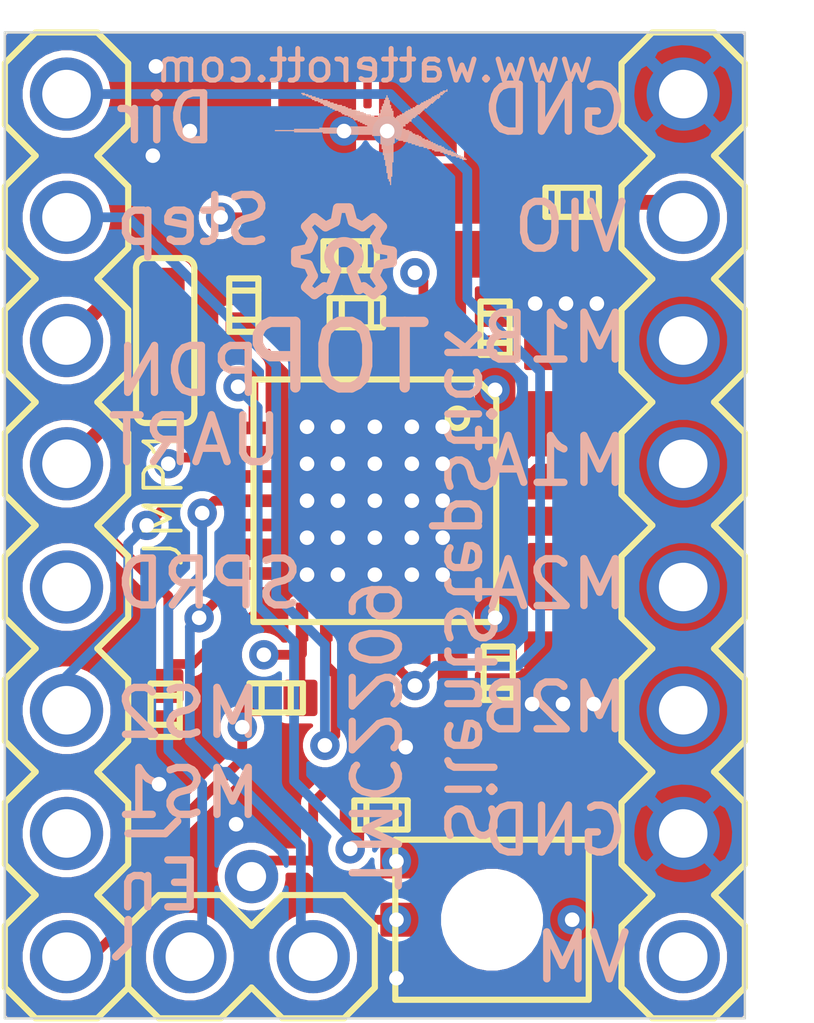
<source format=kicad_pcb>
(kicad_pcb (version 20171130) (host pcbnew "(5.1.6)-1")
  (layers (0 Top signal) (1 Ground signal) (2 Supply signal) (31 Bottom signal) (34 B.Paste user) (35 F.Paste user) (36 B.SilkS user) (37 F.SilkS user) (38 B.Mask user) (39 F.Mask user) (44 Edge.Cuts user))
  (net 0 "")
  (net 1 GND)
  (net 2 +5V)
  (net 3 "Net-(IC1-Pad27)")
  (net 4 "Net-(IC1-Pad23)")
  (net 5 /VM)
  (net 6 /VREF)
  (net 7 "Net-(R4-Pad1)")
  (net 8 /VIO)
  (net 9 "Net-(C6-Pad2)")
  (net 10 "Net-(C4-Pad2)")
  (net 11 "Net-(C4-Pad1)")
  (net 12 /PDN_UART)
  (net 13 /EN)
  (net 14 "Net-(J1-Pad4)")
  (net 15 "Net-(J1-Pad3)")
  (net 16 /OB2)
  (net 17 /OB1)
  (net 18 /OA1)
  (net 19 /OA2)
  (net 20 /DIAG)
  (net 21 /INDEX)
  (net 22 /DIR)
  (net 23 /STEP)
  (net 24 /MS2)
  (net 25 /MS1)
  (net 26 /SPREAD)
  (module SilentStepStick-TMC2209_v20:M0805 (layer Top) (at 152.5361 101.9826 270)
    (fp_text reference R6 hide)
    (fp_text value R0805/0R11 hide)
    (pad 2 smd rect (at 0.95 0 270) (size 1.3 1.6) (layers Top F.Paste F.Mask) (net 3 "Net-(IC1-Pad27)"))
    (pad 1 smd rect (at -0.95 0 270) (size 1.3 1.6) (layers Top F.Paste F.Mask) (net 1 GND))
  )
  (module SilentStepStick-TMC2209_v20:M0805 (layer Top) (at 152.4746 106.9665 90)
    (fp_text reference R7 hide)
    (fp_text value R0805/0R11 hide)
    (pad 2 smd rect (at 0.95 0 90) (size 1.3 1.6) (layers Top F.Paste F.Mask) (net 4 "Net-(IC1-Pad23)"))
    (pad 1 smd rect (at -0.95 0 90) (size 1.3 1.6) (layers Top F.Paste F.Mask) (net 1 GND))
  )
  (module SilentStepStick-TMC2209_v20:POT_EVM3R (layer Top) (at 150.9141 113.1316 270)
    (fp_text reference R4 hide)
    (fp_text value 20k)
    (pad "" np_thru_hole circle (at 0 0 270) (size 1.8 1.8) (drill 1.8) (layers *.Cu *.Mask))
    (pad MOUNT smd roundrect (at 0 -1.7 270) (size 1.4 1.2) (layers Top F.Paste F.Mask) (roundrect_rratio 0.1))
    (pad 3 smd roundrect (at 1.2 1.7 270) (size 0.7 1.2) (layers Top F.Paste F.Mask) (roundrect_rratio 0.1) (net 1 GND))
    (pad 2 smd roundrect (at 0 1.7 270) (size 0.7 1.2) (layers Top F.Paste F.Mask) (roundrect_rratio 0.1) (net 6 /VREF))
    (pad 1 smd roundrect (at -1.2 1.7 270) (size 0.7 1.2) (layers Top F.Paste F.Mask) (roundrect_rratio 0.1) (net 7 "Net-(R4-Pad1)"))
  )
  (module SilentStepStick-TMC2209_v20:PASSER_04MM (layer Top) (at 141.5161 112.6236)
    (fp_text reference X1 hide)
    (fp_text value PASSER-04 hide)
    (pad X smd roundrect (at 0 0) (size 0.4 0.4) (layers Top F.Mask) (roundrect_rratio 0.5))
  )
  (module SilentStepStick-TMC2209_v20:PASSER_04MM (layer Top) (at 155.4861 97.3836)
    (fp_text reference X2 hide)
    (fp_text value PASSER-04 hide)
    (pad X smd roundrect (at 0 0) (size 0.4 0.4) (layers Top F.Mask) (roundrect_rratio 0.5))
  )
  (module SilentStepStick-TMC2209_v20:C0402 (layer Top) (at 152.5651 98.3446 90)
    (fp_text reference C1 hide)
    (fp_text value 100n/50V)
    (pad 2 smd roundrect (at 0 0.5 90) (size 0.75 0.7) (layers Top F.Paste F.Mask) (roundrect_rratio 0.1) (net 8 /VIO))
    (pad 1 smd roundrect (at 0 -0.5 90) (size 0.75 0.7) (layers Top F.Paste F.Mask) (roundrect_rratio 0.1) (net 1 GND))
  )
  (module SilentStepStick-TMC2209_v20:C0402 (layer Top) (at 145.80235 100.46335)
    (fp_text reference C2 hide)
    (fp_text value 4u7/6V3)
    (pad 2 smd roundrect (at 0 0.5) (size 0.75 0.7) (layers Top F.Paste F.Mask) (roundrect_rratio 0.1) (net 2 +5V))
    (pad 1 smd roundrect (at 0 -0.5) (size 0.75 0.7) (layers Top F.Paste F.Mask) (roundrect_rratio 0.1) (net 1 GND))
  )
  (module SilentStepStick-TMC2209_v20:C0402 (layer Top) (at 150.9776 100.9396 180)
    (fp_text reference C3 hide)
    (fp_text value 100n/50V)
    (pad 2 smd roundrect (at 0 0.5 180) (size 0.75 0.7) (layers Top F.Paste F.Mask) (roundrect_rratio 0.1) (net 1 GND))
    (pad 1 smd roundrect (at 0 -0.5 180) (size 0.75 0.7) (layers Top F.Paste F.Mask) (roundrect_rratio 0.1) (net 5 /VM))
  )
  (module SilentStepStick-TMC2209_v20:C0402 (layer Top) (at 147.9931 99.44735 270)
    (fp_text reference C6 hide)
    (fp_text value 100n/50V)
    (pad 2 smd roundrect (at 0 0.5 270) (size 0.75 0.7) (layers Top F.Paste F.Mask) (roundrect_rratio 0.1) (net 9 "Net-(C6-Pad2)"))
    (pad 1 smd roundrect (at 0 -0.5 270) (size 0.75 0.7) (layers Top F.Paste F.Mask) (roundrect_rratio 0.1) (net 5 /VM))
  )
  (module SilentStepStick-TMC2209_v20:C0402 (layer Top) (at 148.1201 100.6221 270)
    (fp_text reference C4 hide)
    (fp_text value 22n/50V)
    (pad 2 smd roundrect (at 0 0.5 270) (size 0.75 0.7) (layers Top F.Paste F.Mask) (roundrect_rratio 0.1) (net 10 "Net-(C4-Pad2)"))
    (pad 1 smd roundrect (at 0 -0.5 270) (size 0.75 0.7) (layers Top F.Paste F.Mask) (roundrect_rratio 0.1) (net 11 "Net-(C4-Pad1)"))
  )
  (module SilentStepStick-TMC2209_v20:C0402 (layer Top) (at 148.6281 110.9726 270)
    (fp_text reference R5 hide)
    (fp_text value 20k)
    (pad 2 smd roundrect (at 0 0.5 270) (size 0.75 0.7) (layers Top F.Paste F.Mask) (roundrect_rratio 0.1) (net 2 +5V))
    (pad 1 smd roundrect (at 0 -0.5 270) (size 0.75 0.7) (layers Top F.Paste F.Mask) (roundrect_rratio 0.1) (net 7 "Net-(R4-Pad1)"))
  )
  (module SilentStepStick-TMC2209_v20:C0402 (layer Top) (at 144.1831 108.8136 180)
    (fp_text reference R1 hide)
    (fp_text value 20k)
    (pad 2 smd roundrect (at 0 0.5 180) (size 0.75 0.7) (layers Top F.Paste F.Mask) (roundrect_rratio 0.1) (net 12 /PDN_UART))
    (pad 1 smd roundrect (at 0 -0.5 180) (size 0.75 0.7) (layers Top F.Paste F.Mask) (roundrect_rratio 0.1) (net 1 GND))
  )
  (module SilentStepStick-TMC2209_v20:C0402 (layer Top) (at 146.4691 108.5596 270)
    (fp_text reference R2 hide)
    (fp_text value 20k)
    (pad 2 smd roundrect (at 0 0.5 270) (size 0.75 0.7) (layers Top F.Paste F.Mask) (roundrect_rratio 0.1) (net 13 /EN))
    (pad 1 smd roundrect (at 0 -0.5 270) (size 0.75 0.7) (layers Top F.Paste F.Mask) (roundrect_rratio 0.1) (net 8 /VIO))
  )
  (module SilentStepStick-TMC2209_v20:C0402 (layer Top) (at 151.0411 108.0516)
    (fp_text reference C5 hide)
    (fp_text value 100n/50V)
    (pad 2 smd roundrect (at 0 0.5) (size 0.75 0.7) (layers Top F.Paste F.Mask) (roundrect_rratio 0.1) (net 1 GND))
    (pad 1 smd roundrect (at 0 -0.5) (size 0.75 0.7) (layers Top F.Paste F.Mask) (roundrect_rratio 0.1) (net 5 /VM))
  )
  (module SilentStepStick-TMC2209_v20:JUMPER3-0402_NC (layer Top) (at 144.1831 101.1936)
    (fp_text reference JMP1 (at -0.03175 3.2004 90) (layer F.SilkS) (effects (font (size 0.77216 0.77216) (thickness 0.077216))))
    (fp_text value JUMPER3-0402-NC hide)
    (pad 3 smd roundrect (at 0 1.1) (size 0.8 0.8) (layers Top F.Mask) (roundrect_rratio 0.1) (net 14 "Net-(J1-Pad4)"))
    (pad 2 smd roundrect (at 0 0) (size 0.8 0.8) (layers Top F.Mask) (roundrect_rratio 0.1) (net 12 /PDN_UART))
    (pad 1 smd roundrect (at 0 -1.1) (size 0.8 0.8) (layers Top F.Mask) (roundrect_rratio 0.1) (net 15 "Net-(J1-Pad3)"))
  )
  (module SilentStepStick-TMC2209_v20:SPARK_2MM (layer Bottom) (at 148.7551 96.8121 180)
    (fp_text reference LOGO3 hide)
    (fp_text value LOGO_SPARK-2 hide)
  )
  (module SilentStepStick-TMC2209_v20:OSHW_2MM (layer Bottom) (at 147.8661 99.3521 180)
    (fp_text reference LOGO4 hide)
    (fp_text value LOGO_OSHW-2 hide)
  )
  (module SilentStepStick-TMC2209_v20:MA08-1 (layer Top) (at 154.8511 105.0036 180)
    (fp_text reference J2 hide)
    (fp_text value MA08-1 hide)
    (pad 8 thru_hole circle (at 0 8.89 180) (size 1.508 1.508) (drill 1) (layers *.Cu *.Mask) (net 1 GND))
    (pad 7 thru_hole circle (at 0 6.35 180) (size 1.508 1.508) (drill 1) (layers *.Cu *.Mask) (net 8 /VIO))
    (pad 6 thru_hole circle (at 0 3.81 180) (size 1.508 1.508) (drill 1) (layers *.Cu *.Mask) (net 16 /OB2))
    (pad 5 thru_hole circle (at 0 1.27 180) (size 1.508 1.508) (drill 1) (layers *.Cu *.Mask) (net 17 /OB1))
    (pad 4 thru_hole circle (at 0 -1.27 180) (size 1.508 1.508) (drill 1) (layers *.Cu *.Mask) (net 18 /OA1))
    (pad 3 thru_hole circle (at 0 -3.81 180) (size 1.508 1.508) (drill 1) (layers *.Cu *.Mask) (net 19 /OA2))
    (pad 2 thru_hole circle (at 0 -6.35 180) (size 1.508 1.508) (drill 1) (layers *.Cu *.Mask) (net 1 GND))
    (pad 1 thru_hole circle (at 0 -8.89 180) (size 1.508 1.508) (drill 1) (layers *.Cu *.Mask) (net 5 /VM))
  )
  (module SilentStepStick-TMC2209_v20:MA02-1 (layer Top) (at 145.9611 113.8936 270)
    (fp_text reference J3 hide)
    (fp_text value MA02-1 hide)
    (pad 2 thru_hole circle (at 0 1.27 270) (size 1.508 1.508) (drill 1) (layers *.Cu *.Mask) (net 20 /DIAG))
    (pad 1 thru_hole circle (at 0 -1.27 270) (size 1.508 1.508) (drill 1) (layers *.Cu *.Mask) (net 21 /INDEX))
  )
  (module SilentStepStick-TMC2209_v20:PAD-0.6-1.1 (layer Top) (at 145.9611 112.2426)
    (fp_text reference REF1 hide)
    (fp_text value PAD-0.6-1.1 hide)
    (pad 1 thru_hole circle (at 0 0) (size 1.1 1.1) (drill 0.6) (layers *.Cu *.Mask) (net 6 /VREF))
  )
  (module SilentStepStick-TMC2209_v20:C1206 (layer Top) (at 145.9141 96.4801 180)
    (fp_text reference C7B1 hide)
    (fp_text value 10u/35V)
    (pad 2 smd rect (at 1.4 0 180) (size 1.6 1.8) (layers Top F.Paste F.Mask) (net 1 GND))
    (pad 1 smd rect (at -1.4 0 180) (size 1.6 1.8) (layers Top F.Paste F.Mask) (net 5 /VM))
  )
  (module SilentStepStick-TMC2209_v20:QFN28-PAD3.7 (layer Top) (at 148.5011 104.4956 270)
    (fp_text reference IC1 hide)
    (fp_text value TMC2209-LA)
    (pad TP smd roundrect (at 0 0 270) (size 3.7 3.7) (layers Top F.Mask) (roundrect_rratio 0.05) (net 1 GND))
    (pad 28 smd roundrect (at -1.5 -2.5 180) (size 0.8 0.26) (layers Top F.Paste F.Mask) (roundrect_rratio 0.1) (net 5 /VM))
    (pad 27 smd roundrect (at -1 -2.5 180) (size 0.8 0.26) (layers Top F.Paste F.Mask) (roundrect_rratio 0.1) (net 3 "Net-(IC1-Pad27)"))
    (pad 26 smd roundrect (at -0.5 -2.5 180) (size 0.8 0.26) (layers Top F.Paste F.Mask) (roundrect_rratio 0.1) (net 17 /OB1))
    (pad 25 smd roundrect (at 0 -2.5 180) (size 0.8 0.26) (layers Top F.Paste F.Mask) (roundrect_rratio 0.1))
    (pad 24 smd roundrect (at 0.5 -2.5 180) (size 0.8 0.26) (layers Top F.Paste F.Mask) (roundrect_rratio 0.1) (net 18 /OA1))
    (pad 23 smd roundrect (at 1 -2.5 180) (size 0.8 0.26) (layers Top F.Paste F.Mask) (roundrect_rratio 0.1) (net 4 "Net-(IC1-Pad23)"))
    (pad 22 smd roundrect (at 1.5 -2.5 180) (size 0.8 0.26) (layers Top F.Paste F.Mask) (roundrect_rratio 0.1) (net 5 /VM))
    (pad 21 smd roundrect (at 2.5 -1.5 90) (size 0.8 0.26) (layers Top F.Paste F.Mask) (roundrect_rratio 0.1) (net 19 /OA2))
    (pad 20 smd roundrect (at 2.5 -1 90) (size 0.8 0.26) (layers Top F.Paste F.Mask) (roundrect_rratio 0.1) (net 1 GND))
    (pad 19 smd roundrect (at 2.5 -0.5 90) (size 0.8 0.26) (layers Top F.Paste F.Mask) (roundrect_rratio 0.1) (net 22 /DIR))
    (pad 18 smd roundrect (at 2.5 0 90) (size 0.8 0.26) (layers Top F.Paste F.Mask) (roundrect_rratio 0.1) (net 1 GND))
    (pad 17 smd roundrect (at 2.5 0.5 90) (size 0.8 0.26) (layers Top F.Paste F.Mask) (roundrect_rratio 0.1) (net 6 /VREF))
    (pad 16 smd roundrect (at 2.5 1 90) (size 0.8 0.26) (layers Top F.Paste F.Mask) (roundrect_rratio 0.1) (net 23 /STEP))
    (pad 15 smd roundrect (at 2.5 1.5 90) (size 0.8 0.26) (layers Top F.Paste F.Mask) (roundrect_rratio 0.1) (net 8 /VIO))
    (pad 14 smd roundrect (at 1.5 2.5) (size 0.8 0.26) (layers Top F.Paste F.Mask) (roundrect_rratio 0.1) (net 12 /PDN_UART))
    (pad 13 smd roundrect (at 1 2.5) (size 0.8 0.26) (layers Top F.Paste F.Mask) (roundrect_rratio 0.1) (net 1 GND))
    (pad 12 smd roundrect (at 0.5 2.5) (size 0.8 0.26) (layers Top F.Paste F.Mask) (roundrect_rratio 0.1) (net 21 /INDEX))
    (pad 11 smd roundrect (at 0 2.5) (size 0.8 0.26) (layers Top F.Paste F.Mask) (roundrect_rratio 0.1) (net 20 /DIAG))
    (pad 10 smd roundrect (at -0.5 2.5) (size 0.8 0.26) (layers Top F.Paste F.Mask) (roundrect_rratio 0.1) (net 24 /MS2))
    (pad 9 smd roundrect (at -1 2.5) (size 0.8 0.26) (layers Top F.Paste F.Mask) (roundrect_rratio 0.1) (net 25 /MS1))
    (pad 8 smd roundrect (at -1.5 2.5) (size 0.8 0.26) (layers Top F.Paste F.Mask) (roundrect_rratio 0.1) (net 2 +5V))
    (pad 7 smd roundrect (at -2.5 1.5 270) (size 0.8 0.26) (layers Top F.Paste F.Mask) (roundrect_rratio 0.1) (net 26 /SPREAD))
    (pad 6 smd roundrect (at -2.5 1 270) (size 0.8 0.26) (layers Top F.Paste F.Mask) (roundrect_rratio 0.1) (net 9 "Net-(C6-Pad2)"))
    (pad 5 smd roundrect (at -2.5 0.5 270) (size 0.8 0.26) (layers Top F.Paste F.Mask) (roundrect_rratio 0.1) (net 10 "Net-(C4-Pad2)"))
    (pad 4 smd roundrect (at -2.5 0 270) (size 0.8 0.26) (layers Top F.Paste F.Mask) (roundrect_rratio 0.1) (net 11 "Net-(C4-Pad1)"))
    (pad 3 smd roundrect (at -2.5 -0.5 270) (size 0.8 0.26) (layers Top F.Paste F.Mask) (roundrect_rratio 0.1) (net 1 GND))
    (pad 2 smd roundrect (at -2.5 -1 270) (size 0.8 0.26) (layers Top F.Paste F.Mask) (roundrect_rratio 0.1) (net 13 /EN))
    (pad 1 smd roundrect (at -2.5 -1.5 270) (size 0.8 0.26) (layers Top F.Paste F.Mask) (roundrect_rratio 0.1) (net 16 /OB2))
  )
  (module SilentStepStick-TMC2209_v20:MA08-1 (layer Top) (at 142.1511 105.0036)
    (fp_text reference J1 hide)
    (fp_text value MA08-1 hide)
    (pad 8 thru_hole circle (at 0 8.89) (size 1.508 1.508) (drill 1) (layers *.Cu *.Mask) (net 13 /EN))
    (pad 7 thru_hole circle (at 0 6.35) (size 1.508 1.508) (drill 1) (layers *.Cu *.Mask) (net 25 /MS1))
    (pad 6 thru_hole circle (at 0 3.81) (size 1.508 1.508) (drill 1) (layers *.Cu *.Mask) (net 24 /MS2))
    (pad 5 thru_hole circle (at 0 1.27) (size 1.508 1.508) (drill 1) (layers *.Cu *.Mask) (net 26 /SPREAD))
    (pad 4 thru_hole circle (at 0 -1.27) (size 1.508 1.508) (drill 1) (layers *.Cu *.Mask) (net 14 "Net-(J1-Pad4)"))
    (pad 3 thru_hole circle (at 0 -3.81) (size 1.508 1.508) (drill 1) (layers *.Cu *.Mask) (net 15 "Net-(J1-Pad3)"))
    (pad 2 thru_hole circle (at 0 -6.35) (size 1.508 1.508) (drill 1) (layers *.Cu *.Mask) (net 23 /STEP))
    (pad 1 thru_hole circle (at 0 -8.89) (size 1.508 1.508) (drill 1) (layers *.Cu *.Mask) (net 22 /DIR))
  )
  (module SilentStepStick-TMC2209_v20:C1206 (layer Top) (at 150.7871 96.4946)
    (fp_text reference C8 hide)
    (fp_text value 10u/35V)
    (pad 2 smd rect (at 1.4 0) (size 1.6 1.8) (layers Top F.Paste F.Mask) (net 1 GND))
    (pad 1 smd rect (at -1.4 0) (size 1.6 1.8) (layers Top F.Paste F.Mask) (net 5 /VM))
  )
  (gr_line (start 140.8811 115.1636) (end 156.1211 115.1636) (layer Edge.Cuts) (width 0.05))
  (gr_line (start 156.1211 115.1636) (end 156.1211 94.8436) (layer Edge.Cuts) (width 0.05))
  (gr_line (start 156.1211 94.8436) (end 140.8811 94.8436) (layer Edge.Cuts) (width 0.05))
  (gr_line (start 140.8811 94.8436) (end 140.8811 115.1636) (layer Edge.Cuts) (width 0.05))
  (gr_text Dir (at 143.0811 96.0501) (layer B.SilkS) (effects (font (size 0.9652 0.9652) (thickness 0.1524)) (justify right top mirror)))
  (gr_text Step (at 143.0811 98.1456) (layer B.SilkS) (effects (font (size 0.9652 0.9652) (thickness 0.1524)) (justify right top mirror)))
  (gr_text PDN (at 143.0811 101.2571) (layer B.SilkS) (effects (font (size 0.9652 0.9652) (thickness 0.1524)) (justify right top mirror)))
  (gr_text MS2 (at 143.0811 108.3056) (layer B.SilkS) (effects (font (size 0.9652 0.9652) (thickness 0.1524)) (justify right top mirror)))
  (gr_text MS1 (at 143.0811 109.9566) (layer B.SilkS) (effects (font (size 0.9652 0.9652) (thickness 0.1524)) (justify right top mirror)))
  (gr_text En (at 143.0811 111.8616) (layer B.SilkS) (effects (font (size 0.9652 0.9652) (thickness 0.1524)) (justify right top mirror)))
  (gr_text GND (at 153.7811 97.0026) (layer B.SilkS) (effects (font (size 0.9652 0.9652) (thickness 0.1524)) (justify left bottom mirror)))
  (gr_text VIO (at 153.7811 99.4156) (layer B.SilkS) (effects (font (size 0.9652 0.9652) (thickness 0.1524)) (justify left bottom mirror)))
  (gr_text M1B (at 153.7811 101.7016) (layer B.SilkS) (effects (font (size 0.9652 0.9652) (thickness 0.1524)) (justify left bottom mirror)))
  (gr_text M1A (at 153.7811 104.2416) (layer B.SilkS) (effects (font (size 0.9652 0.9652) (thickness 0.1524)) (justify left bottom mirror)))
  (gr_text M2A (at 153.7811 106.7816) (layer B.SilkS) (effects (font (size 0.9652 0.9652) (thickness 0.1524)) (justify left bottom mirror)))
  (gr_text M2B (at 153.7811 109.3216) (layer B.SilkS) (effects (font (size 0.9652 0.9652) (thickness 0.1524)) (justify left bottom mirror)))
  (gr_text GND (at 153.7811 111.8616) (layer B.SilkS) (effects (font (size 0.9652 0.9652) (thickness 0.1524)) (justify left bottom mirror)))
  (gr_text VM (at 153.8431 114.4746) (layer B.SilkS) (effects (font (size 0.9652 0.9652) (thickness 0.1524)) (justify left bottom mirror)))
  (gr_line (start 143.4211 111.3536) (end 144.1831 111.3536) (layer B.SilkS) (width 0.16))
  (gr_line (start 144.1831 111.3536) (end 144.4371 111.0996) (layer B.SilkS) (width 0.16))
  (gr_line (start 143.1671 113.8936) (end 143.4211 113.6396) (layer B.SilkS) (width 0.16))
  (gr_line (start 143.4211 113.6396) (end 143.4211 113.1316) (layer B.SilkS) (width 0.16))
  (gr_text SilentStepStick (at 149.8796 111.6711 -90) (layer B.SilkS) (effects (font (size 0.95 0.95)) (justify left bottom mirror)))
  (gr_text www.watterott.com (at 143.9291 95.1484) (layer B.SilkS) (effects (font (size 0.65151 0.65151) (thickness 0.10287)) (justify right top mirror)))
  (gr_text TOP (at 149.7711 102.3366) (layer B.SilkS) (effects (font (size 1.35128 1.35128) (thickness 0.21336)) (justify left bottom mirror)))
  (gr_text SPRD (at 143.0811 105.6386) (layer B.SilkS) (effects (font (size 0.9652 0.9652) (thickness 0.1524)) (justify right top mirror)))
  (gr_text UART (at 142.92235 102.68585) (layer B.SilkS) (effects (font (size 0.9652 0.9652) (thickness 0.1524)) (justify right top mirror)))
  (gr_text TMC2209 (at 147.9111 112.6236 -90) (layer B.SilkS) (effects (font (size 0.95 0.95)) (justify left bottom mirror)))
  (via (at 144.9451 104.7496) (size 0.6048) (drill 0.3) (layers Top Bottom) (net 20))
  (segment (start 144.2466 106.7054) (end 144.2466 109.6391) (width 0.2) (layer Bottom) (net 20))
  (segment (start 144.9451 113.6396) (end 144.6911 113.8936) (width 0.2) (layer Bottom) (net 20))
  (segment (start 144.9451 104.7496) (end 144.9451 106.0069) (width 0.2) (layer Bottom) (net 20))
  (segment (start 144.9451 106.0069) (end 144.2466 106.7054) (width 0.2) (layer Bottom) (net 20))
  (segment (start 144.9451 113.6396) (end 144.9451 110.3376) (width 0.2) (layer Bottom) (net 20))
  (segment (start 144.9451 110.3376) (end 144.2466 109.6391) (width 0.2) (layer Bottom) (net 20))
  (segment (start 146.0011 104.4956) (end 145.1991 104.4956) (width 0.2) (layer Top) (net 20))
  (segment (start 145.1991 104.4956) (end 144.9451 104.7496) (width 0.2) (layer Top) (net 20))
  (via (at 144.8816 106.9086) (size 0.6048) (drill 0.3) (layers Top Bottom) (net 21))
  (segment (start 145.9931 105.0036) (end 146.0011 104.9956) (width 0.2) (layer Top) (net 21))
  (segment (start 145.9931 105.0036) (end 145.5801 105.0036) (width 0.17) (layer Top) (net 21))
  (segment (start 146.9771 113.6396) (end 147.2311 113.8936) (width 0.2) (layer Bottom) (net 21))
  (segment (start 145.5801 105.0036) (end 145.3261 105.2576) (width 0.2) (layer Top) (net 21))
  (segment (start 145.3261 105.2576) (end 145.3261 106.4641) (width 0.2) (layer Top) (net 21))
  (segment (start 145.3261 106.4641) (end 144.8816 106.9086) (width 0.2) (layer Top) (net 21))
  (segment (start 146.9771 113.6396) (end 146.9771 111.6076) (width 0.2) (layer Bottom) (net 21))
  (segment (start 146.9771 111.6076) (end 145.4531 110.0836) (width 0.2) (layer Bottom) (net 21))
  (segment (start 145.4531 110.0836) (end 145.3261 110.0836) (width 0.2) (layer Bottom) (net 21))
  (segment (start 145.3261 110.0836) (end 144.6911 109.4486) (width 0.2) (layer Bottom) (net 21))
  (segment (start 144.6911 109.4486) (end 144.6911 107.0991) (width 0.2) (layer Bottom) (net 21))
  (segment (start 144.6911 107.0991) (end 144.8816 106.9086) (width 0.2) (layer Bottom) (net 21))
  (segment (start 147.5011 106.9956) (end 147.5011 107.8898) (width 0.2) (layer Top) (net 23))
  (via (at 147.4724 109.5375) (size 0.6048) (drill 0.3) (layers Top Bottom) (net 23))
  (segment (start 146.4691 106.4641) (end 146.4691 101.7016) (width 0.2) (layer Bottom) (net 23))
  (segment (start 146.4691 101.7016) (end 143.4211 98.6536) (width 0.2) (layer Bottom) (net 23))
  (segment (start 142.1511 98.6536) (end 143.4211 98.6536) (width 0.2) (layer Bottom) (net 23))
  (segment (start 147.5011 107.8898) (end 147.6883 108.077) (width 0.2) (layer Top) (net 23))
  (segment (start 147.6883 108.077) (end 147.6883 109.3216) (width 0.2) (layer Top) (net 23))
  (segment (start 147.6883 109.3216) (end 147.4724 109.5375) (width 0.2) (layer Top) (net 23))
  (segment (start 147.4724 109.5375) (end 147.4724 107.4674) (width 0.2) (layer Bottom) (net 23))
  (segment (start 147.4724 107.4674) (end 146.4691 106.4641) (width 0.2) (layer Bottom) (net 23))
  (segment (start 142.1511 96.1136) (end 148.8186 96.1136) (width 0.2) (layer Bottom) (net 22))
  (segment (start 148.8186 96.1136) (end 150.4061 97.7011) (width 0.2) (layer Bottom) (net 22))
  (via (at 149.3266 108.3056) (size 0.6048) (drill 0.3) (layers Top Bottom) (net 22))
  (segment (start 149.0091 107.0036) (end 149.0011 106.9956) (width 0.2) (layer Top) (net 22))
  (segment (start 149.0091 107.0036) (end 149.0091 107.9881) (width 0.2) (layer Top) (net 22))
  (segment (start 149.0091 107.9881) (end 149.3266 108.3056) (width 0.2) (layer Top) (net 22))
  (segment (start 151.9047 101.8286) (end 150.4061 100.33) (width 0.2) (layer Bottom) (net 22))
  (segment (start 150.4061 100.33) (end 150.4061 97.7011) (width 0.2) (layer Bottom) (net 22))
  (segment (start 149.3266 108.3056) (end 149.3393 108.3056) (width 0.2) (layer Bottom) (net 22))
  (segment (start 149.3393 108.3056) (end 149.7457 107.8992) (width 0.2) (layer Bottom) (net 22))
  (segment (start 149.7457 107.8992) (end 151.4475 107.8992) (width 0.2) (layer Bottom) (net 22))
  (segment (start 151.4475 107.8992) (end 151.9047 107.442) (width 0.2) (layer Bottom) (net 22))
  (segment (start 151.9047 107.442) (end 151.9047 101.8286) (width 0.2) (layer Bottom) (net 22))
  (segment (start 149.6581 97.1156) (end 148.5011 98.2726) (width 0.508) (layer Top) (net 5))
  (segment (start 148.5011 98.2726) (end 148.5011 99.43935) (width 0.508) (layer Top) (net 5))
  (segment (start 148.5011 99.43935) (end 148.4931 99.44735) (width 0.6096) (layer Top) (net 5))
  (via (at 150.9776 106.9086) (size 0.6048) (drill 0.3) (layers Top Bottom) (net 5))
  (via (at 150.9776 102.2096) (size 0.6048) (drill 0.3) (layers Top Bottom) (net 5))
  (via (at 147.8661 96.8756) (size 0.6048) (drill 0.3) (layers Top Bottom) (net 5))
  (via (at 148.7551 96.8756) (size 0.6048) (drill 0.3) (layers Top Bottom) (net 5))
  (segment (start 148.7551 96.8756) (end 148.6916 96.8756) (width 0.508) (layer Top) (net 5))
  (segment (start 148.6916 96.8756) (end 148.6916 96.8121) (width 0.508) (layer Top) (net 5))
  (segment (start 148.6916 96.8121) (end 147.8661 96.8121) (width 0.508) (layer Top) (net 5))
  (segment (start 147.8661 96.8121) (end 147.8661 96.8756) (width 0.508) (layer Top) (net 5))
  (segment (start 147.3141 96.4801) (end 147.4706 96.4801) (width 0.508) (layer Top) (net 5))
  (segment (start 147.4706 96.4801) (end 147.8661 96.8756) (width 0.508) (layer Top) (net 5))
  (segment (start 149.3871 96.4946) (end 149.1361 96.4946) (width 0.508) (layer Top) (net 5))
  (segment (start 149.1361 96.4946) (end 148.7551 96.8756) (width 0.508) (layer Top) (net 5))
  (segment (start 149.6581 97.1156) (end 149.6581 96.7656) (width 0.508) (layer Top) (net 5))
  (segment (start 149.6581 96.7656) (end 149.3871 96.4946) (width 0.508) (layer Top) (net 5))
  (via (at 151.7396 108.6866) (size 0.6048) (drill 0.3) (layers Top Bottom) (net 1))
  (via (at 153.0096 108.6866) (size 0.6048) (drill 0.3) (layers Top Bottom) (net 1))
  (via (at 153.0731 100.4316) (size 0.6048) (drill 0.3) (layers Top Bottom) (net 1))
  (via (at 151.8031 100.4316) (size 0.6048) (drill 0.3) (layers Top Bottom) (net 1))
  (segment (start 149.0011 101.9956) (end 149.0011 103.4716) (width 0.254) (layer Top) (net 1))
  (segment (start 149.0011 103.4716) (end 149.0091 103.4796) (width 0.254) (layer Top) (net 1))
  (via (at 144.0561 110.3376) (size 0.6048) (drill 0.3) (layers Top Bottom) (net 1))
  (via (at 147.1041 102.9716) (size 0.6048) (drill 0.3) (layers Top Bottom) (net 1))
  (via (at 147.7391 102.9716) (size 0.6048) (drill 0.3) (layers Top Bottom) (net 1))
  (via (at 148.5011 102.9716) (size 0.6048) (drill 0.3) (layers Top Bottom) (net 1))
  (via (at 149.2631 102.9716) (size 0.6048) (drill 0.3) (layers Top Bottom) (net 1))
  (via (at 149.8981 102.9716) (size 0.6048) (drill 0.3) (layers Top Bottom) (net 1))
  (via (at 147.1041 103.7336) (size 0.6048) (drill 0.3) (layers Top Bottom) (net 1))
  (via (at 147.7391 103.7336) (size 0.6048) (drill 0.3) (layers Top Bottom) (net 1))
  (via (at 148.5011 103.7336) (size 0.6048) (drill 0.3) (layers Top Bottom) (net 1))
  (via (at 149.2631 103.7336) (size 0.6048) (drill 0.3) (layers Top Bottom) (net 1))
  (via (at 149.8981 103.7336) (size 0.6048) (drill 0.3) (layers Top Bottom) (net 1))
  (via (at 147.1041 104.4956) (size 0.6048) (drill 0.3) (layers Top Bottom) (net 1))
  (via (at 147.7391 104.4956) (size 0.6048) (drill 0.3) (layers Top Bottom) (net 1))
  (via (at 149.2631 104.4956) (size 0.6048) (drill 0.3) (layers Top Bottom) (net 1))
  (via (at 149.8981 104.4956) (size 0.6048) (drill 0.3) (layers Top Bottom) (net 1))
  (via (at 147.1041 105.2576) (size 0.6048) (drill 0.3) (layers Top Bottom) (net 1))
  (via (at 147.7391 105.2576) (size 0.6048) (drill 0.3) (layers Top Bottom) (net 1))
  (via (at 148.5011 105.2576) (size 0.6048) (drill 0.3) (layers Top Bottom) (net 1))
  (via (at 149.2631 105.2576) (size 0.6048) (drill 0.3) (layers Top Bottom) (net 1))
  (via (at 149.8981 105.2576) (size 0.6048) (drill 0.3) (layers Top Bottom) (net 1))
  (via (at 147.1041 106.0196) (size 0.6048) (drill 0.3) (layers Top Bottom) (net 1))
  (via (at 147.7391 106.0196) (size 0.6048) (drill 0.3) (layers Top Bottom) (net 1))
  (via (at 148.5011 106.0196) (size 0.6048) (drill 0.3) (layers Top Bottom) (net 1))
  (via (at 149.2631 106.0196) (size 0.6048) (drill 0.3) (layers Top Bottom) (net 1))
  (via (at 149.8981 106.0196) (size 0.6048) (drill 0.3) (layers Top Bottom) (net 1))
  (via (at 149.1361 109.5756) (size 0.6048) (drill 0.3) (layers Top Bottom) (net 1))
  (via (at 152.3746 108.6866) (size 0.6048) (drill 0.3) (layers Top Bottom) (net 1))
  (via (at 152.4381 100.4316) (size 0.6048) (drill 0.3) (layers Top Bottom) (net 1))
  (via (at 148.9456 114.3381) (size 0.6048) (drill 0.3) (layers Top Bottom) (net 1))
  (via (at 145.6436 111.1631) (size 0.6048) (drill 0.3) (layers Top Bottom) (net 1))
  (via (at 143.9291 97.3836) (size 0.6048) (drill 0.3) (layers Top Bottom) (net 1))
  (via (at 148.5011 104.4956) (size 0.6048) (drill 0.3) (layers Top Bottom) (net 1))
  (via (at 143.9926 95.5421) (size 0.6048) (drill 0.3) (layers Top Bottom) (net 1))
  (via (at 144.6911 96.8756) (size 0.6048) (drill 0.3) (layers Top Bottom) (net 1))
  (segment (start 146.9771 107.6706) (end 146.9771 107.0196) (width 0.2) (layer Top) (net 8))
  (segment (start 146.9771 107.0196) (end 147.0011 106.9956) (width 0.2) (layer Top) (net 8))
  (segment (start 147.0011 106.9956) (end 147.0011 107.6466) (width 0.2) (layer Top) (net 8))
  (segment (start 147.0011 107.6466) (end 146.9771 107.6706) (width 0.2) (layer Top) (net 8))
  (segment (start 146.9771 107.6706) (end 146.2151 107.6706) (width 0.2) (layer Top) (net 8))
  (via (at 146.2151 107.6706) (size 0.6048) (drill 0.3) (layers Top Bottom) (net 8))
  (segment (start 146.9691 108.5596) (end 146.9691 107.6786) (width 0.2) (layer Top) (net 8))
  (segment (start 146.9691 107.6786) (end 146.9771 107.6706) (width 0.2) (layer Top) (net 8))
  (segment (start 153.0651 98.3446) (end 154.5421 98.3446) (width 0.3048) (layer Top) (net 8))
  (segment (start 154.5421 98.3446) (end 154.8511 98.6536) (width 0.3048) (layer Top) (net 8))
  (segment (start 147.5011 101.9956) (end 147.5011 101.5906) (width 0.2) (layer Top) (net 9))
  (segment (start 147.5011 101.5906) (end 146.9771 101.0666) (width 0.2) (layer Top) (net 9))
  (segment (start 147.4931 99.44735) (end 147.07235 99.44735) (width 0.2) (layer Top) (net 9))
  (segment (start 147.07235 99.44735) (end 146.9771 99.5426) (width 0.2) (layer Top) (net 9))
  (segment (start 146.9771 99.5426) (end 146.9771 101.0666) (width 0.2) (layer Top) (net 9))
  (segment (start 148.0011 101.9956) (end 148.0011 101.5191) (width 0.2) (layer Top) (net 10))
  (segment (start 148.0011 101.5191) (end 147.6121 101.1301) (width 0.2) (layer Top) (net 10))
  (segment (start 147.6121 101.1301) (end 147.6121 100.6301) (width 0.2) (layer Top) (net 10))
  (segment (start 147.6121 100.6301) (end 147.6201 100.6221) (width 0.2) (layer Top) (net 10))
  (segment (start 148.5011 101.9956) (end 148.5011 101.3206) (width 0.2) (layer Top) (net 11))
  (segment (start 148.5011 101.3206) (end 148.6281 101.1936) (width 0.2) (layer Top) (net 11))
  (segment (start 148.6281 101.1936) (end 148.6281 100.6301) (width 0.2) (layer Top) (net 11))
  (segment (start 148.6281 100.6301) (end 148.6201 100.6221) (width 0.2) (layer Top) (net 11))
  (segment (start 146.0011 102.9956) (end 146.0011 102.1461) (width 0.2) (layer Top) (net 2))
  (segment (start 146.0011 102.1461) (end 146.0011 101.7416) (width 0.2) (layer Top) (net 2))
  (segment (start 146.0011 101.7416) (end 145.8341 101.5746) (width 0.2) (layer Top) (net 2))
  (segment (start 145.8341 101.5746) (end 145.8341 100.9951) (width 0.2) (layer Top) (net 2))
  (segment (start 145.8341 100.9951) (end 145.80235 100.96335) (width 0.2) (layer Top) (net 2))
  (segment (start 148.1281 110.9726) (end 148.1281 111.5361) (width 0.3048) (layer Top) (net 2))
  (segment (start 148.1281 111.5361) (end 147.9931 111.6711) (width 0.3048) (layer Top) (net 2))
  (via (at 147.9931 111.6711) (size 0.6048) (drill 0.3) (layers Top Bottom) (net 2))
  (segment (start 146.0011 102.1461) (end 145.6836 102.1461) (width 0.2) (layer Top) (net 2))
  (via (at 145.6836 102.1461) (size 0.6048) (drill 0.3) (layers Top Bottom) (net 2))
  (segment (start 145.6836 102.1461) (end 145.6836 102.1701) (width 0.2) (layer Bottom) (net 2))
  (segment (start 145.6836 102.1701) (end 146.0881 102.5746) (width 0.2) (layer Bottom) (net 2))
  (segment (start 146.0881 102.5746) (end 146.0881 106.6546) (width 0.2) (layer Bottom) (net 2))
  (segment (start 147.9931 111.6711) (end 147.9931 111.4298) (width 0.2) (layer Bottom) (net 2))
  (segment (start 147.9931 111.4298) (end 146.8374 110.2741) (width 0.2) (layer Bottom) (net 2))
  (segment (start 146.8374 110.2741) (end 146.8374 107.4039) (width 0.2) (layer Bottom) (net 2))
  (segment (start 146.8374 107.4039) (end 146.0881 106.6546) (width 0.2) (layer Bottom) (net 2))
  (segment (start 147.9931 107.0036) (end 148.0011 106.9956) (width 0.2) (layer Top) (net 6))
  (segment (start 147.9931 107.0036) (end 147.9931 107.7214) (width 0.2) (layer Top) (net 6))
  (segment (start 147.9931 107.7214) (end 148.0947 107.823) (width 0.2) (layer Top) (net 6))
  (segment (start 148.0947 107.823) (end 148.0947 109.855) (width 0.2) (layer Top) (net 6))
  (segment (start 149.2141 113.1316) (end 148.9456 113.1316) (width 0.2) (layer Top) (net 6))
  (segment (start 148.9456 113.1316) (end 148.4503 113.1316) (width 0.2) (layer Top) (net 6))
  (segment (start 148.4503 113.1316) (end 147.2311 111.9124) (width 0.2) (layer Top) (net 6))
  (segment (start 147.2311 111.9124) (end 147.2311 110.7186) (width 0.2) (layer Top) (net 6))
  (segment (start 147.2311 110.7186) (end 148.0947 109.855) (width 0.2) (layer Top) (net 6))
  (via (at 148.9456 113.1316) (size 0.6048) (drill 0.3) (layers Top Bottom) (net 6))
  (segment (start 147.2311 111.9124) (end 146.2913 111.9124) (width 0.2) (layer Top) (net 6))
  (segment (start 146.2913 111.9124) (end 145.9611 112.2426) (width 0.2) (layer Top) (net 6))
  (via (at 144.2466 103.7336) (size 0.6048) (drill 0.3) (layers Top Bottom) (net 25))
  (segment (start 146.0011 103.4956) (end 145.5006 103.4956) (width 0.2) (layer Top) (net 25))
  (segment (start 145.5006 103.4956) (end 145.3896 103.6066) (width 0.2) (layer Top) (net 25))
  (segment (start 145.3896 103.6066) (end 144.3736 103.6066) (width 0.2) (layer Top) (net 25))
  (segment (start 144.3736 103.6066) (end 144.2466 103.7336) (width 0.2) (layer Top) (net 25))
  (via (at 143.8021 105.0036) (size 0.6048) (drill 0.3) (layers Top Bottom) (net 24))
  (segment (start 143.8021 105.0036) (end 143.4211 105.3846) (width 0.2) (layer Bottom) (net 24))
  (segment (start 142.1511 108.8136) (end 142.1511 108.1151) (width 0.2) (layer Bottom) (net 24))
  (segment (start 142.1511 108.1151) (end 143.4211 106.8451) (width 0.2) (layer Bottom) (net 24))
  (segment (start 143.4211 106.8451) (end 143.4211 105.3846) (width 0.2) (layer Bottom) (net 24))
  (segment (start 146.0011 103.9956) (end 144.8101 103.9956) (width 0.2) (layer Top) (net 24))
  (segment (start 144.8101 103.9956) (end 143.8021 105.0036) (width 0.2) (layer Top) (net 24))
  (segment (start 149.2141 111.9316) (end 149.2141 111.0586) (width 0.3048) (layer Top) (net 7))
  (segment (start 149.2141 111.0586) (end 149.1281 110.9726) (width 0.2) (layer Top) (net 7))
  (via (at 148.9456 111.9251) (size 0.6048) (drill 0.3) (layers Top Bottom) (net 7))
  (segment (start 148.9456 111.9251) (end 149.2076 111.9251) (width 0.2) (layer Top) (net 7))
  (segment (start 149.2076 111.9251) (end 149.2141 111.9316) (width 0.2) (layer Top) (net 7))
  (segment (start 146.0246 106.0191) (end 146.0011 105.9956) (width 0.2) (layer Top) (net 12))
  (segment (start 144.2466 108.2501) (end 144.1831 108.3136) (width 0.2) (layer Top) (net 12))
  (segment (start 144.2466 108.2501) (end 144.2466 107.8611) (width 0.2) (layer Top) (net 12))
  (segment (start 144.2466 107.8611) (end 144.2466 106.4641) (width 0.2) (layer Top) (net 12))
  (segment (start 144.2466 106.4641) (end 143.1036 105.3211) (width 0.2) (layer Top) (net 12))
  (segment (start 143.1036 105.3211) (end 143.1036 104.6861) (width 0.2) (layer Top) (net 12))
  (segment (start 143.1036 104.6861) (end 143.4846 104.3051) (width 0.2) (layer Top) (net 12))
  (segment (start 143.4846 104.3051) (end 143.4846 103.5431) (width 0.2) (layer Top) (net 12))
  (segment (start 143.4846 103.5431) (end 143.9291 103.0986) (width 0.2) (layer Top) (net 12))
  (segment (start 143.9291 103.0986) (end 144.7546 103.0986) (width 0.2) (layer Top) (net 12))
  (segment (start 144.7546 103.0986) (end 144.9451 102.9081) (width 0.2) (layer Top) (net 12))
  (segment (start 144.9451 102.9081) (end 144.9451 101.4476) (width 0.2) (layer Top) (net 12))
  (segment (start 144.9451 101.4476) (end 144.6911 101.1936) (width 0.2) (layer Top) (net 12))
  (segment (start 144.6911 101.1936) (end 144.1831 101.1936) (width 0.2) (layer Top) (net 12))
  (segment (start 145.7706 106.5911) (end 145.4531 106.9086) (width 0.2) (layer Top) (net 12))
  (segment (start 145.4531 106.9086) (end 145.4531 107.1626) (width 0.2) (layer Top) (net 12))
  (segment (start 146.0246 106.0191) (end 145.7711 106.0191) (width 0.2) (layer Top) (net 12))
  (segment (start 145.7711 106.0191) (end 145.7706 106.0196) (width 0.2) (layer Top) (net 12))
  (segment (start 145.7706 106.0196) (end 145.7706 106.5911) (width 0.2) (layer Top) (net 12))
  (segment (start 145.4531 107.1626) (end 144.7546 107.8611) (width 0.2) (layer Top) (net 12))
  (segment (start 144.7546 107.8611) (end 144.2466 107.8611) (width 0.2) (layer Top) (net 12))
  (segment (start 149.5011 101.9956) (end 149.5011 99.9711) (width 0.2) (layer Top) (net 13))
  (segment (start 149.5011 99.9711) (end 149.3266 99.7966) (width 0.2) (layer Top) (net 13))
  (via (at 149.3266 99.7966) (size 0.6048) (drill 0.3) (layers Top Bottom) (net 13))
  (via (at 145.7706 109.16285) (size 0.6048) (drill 0.3) (layers Top Bottom) (net 13))
  (segment (start 142.1511 113.8936) (end 142.6845 113.8936) (width 0.2) (layer Top) (net 13))
  (segment (start 142.6845 113.8936) (end 144.0561 112.522) (width 0.2) (layer Top) (net 13))
  (segment (start 144.0561 112.522) (end 144.0561 111.5314) (width 0.2) (layer Top) (net 13))
  (segment (start 145.7706 109.16285) (end 145.7706 108.7581) (width 0.2) (layer Top) (net 13))
  (segment (start 145.7706 108.7581) (end 145.9691 108.5596) (width 0.2) (layer Top) (net 13))
  (segment (start 145.7706 109.16285) (end 145.7706 109.8169) (width 0.2) (layer Top) (net 13))
  (segment (start 145.7706 109.8169) (end 144.0561 111.5314) (width 0.2) (layer Top) (net 13))
  (segment (start 144.1831 102.2936) (end 143.5911 102.2936) (width 0.3048) (layer Top) (net 14))
  (segment (start 143.5911 102.2936) (end 142.1511 103.7336) (width 0.3048) (layer Top) (net 14))
  (via (at 152.5651 113.1316) (size 0.6048) (drill 0.3) (layers Top Bottom) (net 0))
  (segment (start 147.0011 101.9956) (end 147.0011 101.7256) (width 0.2) (layer Top) (net 26))
  (segment (start 147.0011 101.7256) (end 146.5961 101.3206) (width 0.2) (layer Top) (net 26))
  (segment (start 146.5961 101.3206) (end 146.5961 99.1616) (width 0.2) (layer Top) (net 26))
  (segment (start 146.5961 99.1616) (end 146.0881 98.6536) (width 0.2) (layer Top) (net 26))
  (via (at 145.3261 98.6536) (size 0.6048) (drill 0.3) (layers Top Bottom) (net 26))
  (segment (start 145.3261 98.6536) (end 146.0881 98.6536) (width 0.2) (layer Top) (net 26))
  (segment (start 144.1831 100.0936) (end 143.2511 100.0936) (width 0.3048) (layer Top) (net 15))
  (segment (start 143.2511 100.0936) (end 142.1511 101.1936) (width 0.3048) (layer Top) (net 15))
  (zone (net 5) (net_name /VM) (layer Top) (priority 2) (connect_pads yes (clearance 0.000001)) (min_thickness 0.1) (fill yes (arc_segments 32) (thermal_gap 0.508) (thermal_bridge_width 0.508))
    (polygon (pts (xy 151.5221 107.8976) (xy 150.5601 107.8976) (xy 150.5601 105.7926) (xy 151.5221 105.7926)))
  )
  (zone (net 5) (net_name /VM) (layer Top) (priority 3) (connect_pads yes (clearance 0.000001)) (min_thickness 0.1) (fill yes (arc_segments 32) (thermal_gap 0.508) (thermal_bridge_width 0.508))
    (polygon (pts (xy 151.3951 103.0716) (xy 150.5601 103.0716) (xy 150.5601 101.0936) (xy 151.3951 101.0936)))
  )
  (zone (net 1) (net_name GND) (layer Top) (priority 3) (connect_pads yes (clearance 0.000001)) (min_thickness 0.1) (fill yes (arc_segments 32) (thermal_gap 0.508) (thermal_bridge_width 0.508))
    (polygon (pts (xy 153.3001 109.0406) (xy 150.5601 109.0406) (xy 150.5601 107.9516) (xy 151.5761 107.9516) (xy 151.5761 107.1896) (xy 153.3001 107.1896)))
  )
  (zone (net 1) (net_name GND) (layer Top) (priority 2) (connect_pads yes (clearance 0.000001)) (min_thickness 0.1) (fill yes (arc_segments 32) (thermal_gap 0.508) (thermal_bridge_width 0.508))
    (polygon (pts (xy 153.4271 101.8016) (xy 151.5761 101.8016) (xy 151.5761 100.9126) (xy 150.5601 100.9126) (xy 150.5601 100.0776) (xy 153.4271 100.0776)))
  )
  (zone (net 1) (net_name GND) (layer Top) (connect_pads yes (clearance 0.000001)) (min_thickness 0.09) (fill yes (arc_segments 32) (thermal_gap 0.508) (thermal_bridge_width 0.508))
    (polygon (pts (xy 156.2111 115.2536) (xy 140.7911 115.2536) (xy 140.7911 94.7536) (xy 156.2111 94.7536)))
  )
  (zone (net 1) (net_name GND) (layer Bottom) (priority 6) (connect_pads (clearance 0.000001)) (min_thickness 0.1) (fill yes (arc_segments 32) (thermal_gap 0.25) (thermal_bridge_width 0.25))
    (polygon (pts (xy 156.2211 115.2636) (xy 140.7811 115.2636) (xy 140.7811 94.7436) (xy 156.2211 94.7436)))
  )
  (zone (net 18) (net_name /OA1) (layer Top) (priority 4) (connect_pads yes (clearance 0.000001)) (min_thickness 0.1) (fill yes (arc_segments 32) (thermal_gap 0.508) (thermal_bridge_width 0.508))
    (polygon (pts (xy 154.384522 105.0306) (xy 156.2211 105.0306) (xy 156.2211 107.5166) (xy 153.4811 107.5166) (xy 153.4811 105.680022) (xy 153.031678 105.2306) (xy 150.5601 105.2306) (xy 150.5601 104.5226) (xy 153.876521 104.5226)))
  )
  (zone (net 19) (net_name /OA2) (layer Top) (priority 1) (connect_pads yes (clearance 0.000001)) (min_thickness 0.1) (fill yes (arc_segments 32) (thermal_gap 0.508) (thermal_bridge_width 0.508))
    (polygon (pts (xy 150.5061 109.0946) (xy 153.4811 109.0946) (xy 153.4811 107.5706) (xy 156.2211 107.5706) (xy 156.2211 110.1836) (xy 149.7981 110.1836) (xy 149.7981 106.5546) (xy 150.5061 106.5546)))
  )
  (zone (net 16) (net_name /OB2) (layer Top) (priority 1) (connect_pads yes (clearance 0.000001)) (min_thickness 0.1) (fill yes (arc_segments 32) (thermal_gap 0.508) (thermal_bridge_width 0.508))
    (polygon (pts (xy 156.2211 102.4366) (xy 153.6081 102.4366) (xy 153.6081 99.8966) (xy 150.3791 99.8966) (xy 150.3791 102.4366) (xy 149.7981 102.4366) (xy 149.7981 98.9346) (xy 156.2211 98.9346)))
  )
  (zone (net 17) (net_name /OB1) (layer Top) (priority 6) (connect_pads yes (clearance 0.000001)) (min_thickness 0.1) (fill yes (arc_segments 32) (thermal_gap 0.508) (thermal_bridge_width 0.508))
    (polygon (pts (xy 156.2211 104.9131) (xy 154.428679 104.9131) (xy 153.984178 104.4686) (xy 150.5601 104.4686) (xy 150.5601 103.8241) (xy 151.698178 103.8241) (xy 151.85334 103.668938) (xy 152.640284 102.5541) (xy 156.2211 102.5541)))
  )
  (zone (net 4) (net_name "Net-(IC1-Pad23)") (layer Top) (priority 3) (connect_pads yes (clearance 0.000001)) (min_thickness 0.1) (fill yes (arc_segments 32) (thermal_gap 0.508) (thermal_bridge_width 0.508))
    (polygon (pts (xy 153.3001 106.7546) (xy 151.761679 106.7546) (xy 151.5761 106.569021) (xy 151.5761 105.7386) (xy 150.5601 105.7386) (xy 150.5601 105.2846) (xy 153.3001 105.2846)))
  )
  (zone (net 3) (net_name "Net-(IC1-Pad27)") (layer Top) (priority 4) (connect_pads yes (clearance 0.000001)) (min_thickness 0.1) (fill yes (arc_segments 32) (thermal_gap 0.508) (thermal_bridge_width 0.508))
    (polygon (pts (xy 153.3001 103.5796) (xy 151.717522 103.5796) (xy 151.590521 103.7066) (xy 150.5601 103.7066) (xy 150.5601 103.2526) (xy 151.5761 103.2526) (xy 151.5761 102.2366) (xy 153.3001 102.2366)))
  )
)
</source>
